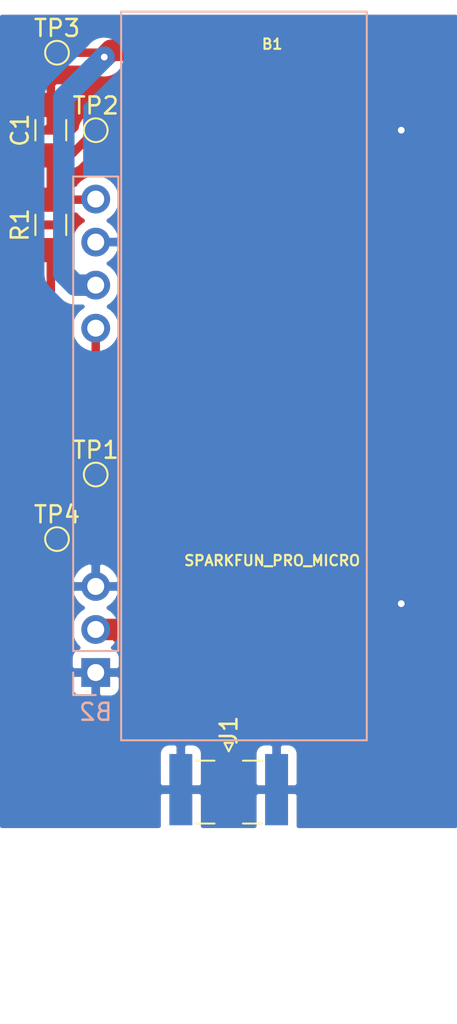
<source format=kicad_pcb>
(kicad_pcb (version 20171130) (host pcbnew 5.1.5+dfsg1-2build2)

  (general
    (thickness 1.6)
    (drawings 2)
    (tracks 28)
    (zones 0)
    (modules 9)
    (nets 25)
  )

  (page A4)
  (layers
    (0 F.Cu signal)
    (31 B.Cu signal)
    (32 B.Adhes user)
    (33 F.Adhes user)
    (34 B.Paste user)
    (35 F.Paste user)
    (36 B.SilkS user)
    (37 F.SilkS user)
    (38 B.Mask user)
    (39 F.Mask user)
    (40 Dwgs.User user)
    (41 Cmts.User user)
    (42 Eco1.User user)
    (43 Eco2.User user)
    (44 Edge.Cuts user)
    (45 Margin user)
    (46 B.CrtYd user)
    (47 F.CrtYd user)
    (48 B.Fab user)
    (49 F.Fab user)
  )

  (setup
    (last_trace_width 0.5)
    (user_trace_width 0.5)
    (user_trace_width 1.27)
    (trace_clearance 0.4)
    (zone_clearance 0.508)
    (zone_45_only no)
    (trace_min 0.2)
    (via_size 0.8)
    (via_drill 0.4)
    (via_min_size 0.4)
    (via_min_drill 0.3)
    (uvia_size 0.3)
    (uvia_drill 0.1)
    (uvias_allowed no)
    (uvia_min_size 0.2)
    (uvia_min_drill 0.1)
    (edge_width 0.05)
    (segment_width 0.2)
    (pcb_text_width 0.3)
    (pcb_text_size 1.5 1.5)
    (mod_edge_width 0.12)
    (mod_text_size 1 1)
    (mod_text_width 0.15)
    (pad_size 1.8796 1.8796)
    (pad_drill 0)
    (pad_to_mask_clearance 0.051)
    (solder_mask_min_width 0.25)
    (aux_axis_origin 0 0)
    (visible_elements FFFFFF7F)
    (pcbplotparams
      (layerselection 0x010fc_ffffffff)
      (usegerberextensions false)
      (usegerberattributes false)
      (usegerberadvancedattributes false)
      (creategerberjobfile false)
      (excludeedgelayer true)
      (linewidth 0.100000)
      (plotframeref false)
      (viasonmask false)
      (mode 1)
      (useauxorigin false)
      (hpglpennumber 1)
      (hpglpenspeed 20)
      (hpglpendiameter 15.000000)
      (psnegative false)
      (psa4output false)
      (plotreference true)
      (plotvalue true)
      (plotinvisibletext false)
      (padsonsilk false)
      (subtractmaskfromsilk false)
      (outputformat 1)
      (mirror false)
      (drillshape 1)
      (scaleselection 1)
      (outputdirectory ""))
  )

  (net 0 "")
  (net 1 "Net-(B1-Pad24)")
  (net 2 GND)
  (net 3 "Net-(B1-Pad22)")
  (net 4 "Net-(B1-Pad20)")
  (net 5 "Net-(B1-Pad19)")
  (net 6 "Net-(B1-Pad18)")
  (net 7 "Net-(B1-Pad17)")
  (net 8 "Net-(B1-Pad16)")
  (net 9 "Net-(B1-Pad15)")
  (net 10 "Net-(B1-Pad14)")
  (net 11 "Net-(B1-Pad13)")
  (net 12 "Net-(B1-Pad10)")
  (net 13 "Net-(B1-Pad9)")
  (net 14 "Net-(B1-Pad8)")
  (net 15 "Net-(B1-Pad7)")
  (net 16 "Net-(B1-Pad6)")
  (net 17 "Net-(B1-Pad5)")
  (net 18 "Net-(B1-Pad2)")
  (net 19 "Net-(B1-Pad1)")
  (net 20 "Net-(B2-Pad7)")
  (net 21 EN)
  (net 22 FSK)
  (net 23 +5V)
  (net 24 "Net-(B2-Pad2)")

  (net_class Default "Tämä on oletuskytkentäverkkoluokka."
    (clearance 0.4)
    (trace_width 0.25)
    (via_dia 0.8)
    (via_drill 0.4)
    (uvia_dia 0.3)
    (uvia_drill 0.1)
    (add_net +5V)
    (add_net EN)
    (add_net FSK)
    (add_net GND)
    (add_net "Net-(B1-Pad1)")
    (add_net "Net-(B1-Pad10)")
    (add_net "Net-(B1-Pad13)")
    (add_net "Net-(B1-Pad14)")
    (add_net "Net-(B1-Pad15)")
    (add_net "Net-(B1-Pad16)")
    (add_net "Net-(B1-Pad17)")
    (add_net "Net-(B1-Pad18)")
    (add_net "Net-(B1-Pad19)")
    (add_net "Net-(B1-Pad2)")
    (add_net "Net-(B1-Pad20)")
    (add_net "Net-(B1-Pad22)")
    (add_net "Net-(B1-Pad24)")
    (add_net "Net-(B1-Pad5)")
    (add_net "Net-(B1-Pad6)")
    (add_net "Net-(B1-Pad7)")
    (add_net "Net-(B1-Pad8)")
    (add_net "Net-(B1-Pad9)")
    (add_net "Net-(B2-Pad2)")
    (add_net "Net-(B2-Pad7)")
  )

  (module Resistor_SMD:R_1206_3216Metric_Pad1.42x1.75mm_HandSolder (layer F.Cu) (tedit 5B301BBD) (tstamp 5F765492)
    (at 118 57.404 90)
    (descr "Resistor SMD 1206 (3216 Metric), square (rectangular) end terminal, IPC_7351 nominal with elongated pad for handsoldering. (Body size source: http://www.tortai-tech.com/upload/download/2011102023233369053.pdf), generated with kicad-footprint-generator")
    (tags "resistor handsolder")
    (path /5F72A55F)
    (attr smd)
    (fp_text reference R1 (at 0 -1.82 90) (layer F.SilkS)
      (effects (font (size 1 1) (thickness 0.15)))
    )
    (fp_text value 674 (at 0 1.82 90) (layer F.Fab)
      (effects (font (size 1 1) (thickness 0.15)))
    )
    (fp_text user %R (at 0 0 90) (layer F.Fab)
      (effects (font (size 0.8 0.8) (thickness 0.12)))
    )
    (fp_line (start 2.45 1.12) (end -2.45 1.12) (layer F.CrtYd) (width 0.05))
    (fp_line (start 2.45 -1.12) (end 2.45 1.12) (layer F.CrtYd) (width 0.05))
    (fp_line (start -2.45 -1.12) (end 2.45 -1.12) (layer F.CrtYd) (width 0.05))
    (fp_line (start -2.45 1.12) (end -2.45 -1.12) (layer F.CrtYd) (width 0.05))
    (fp_line (start -0.602064 0.91) (end 0.602064 0.91) (layer F.SilkS) (width 0.12))
    (fp_line (start -0.602064 -0.91) (end 0.602064 -0.91) (layer F.SilkS) (width 0.12))
    (fp_line (start 1.6 0.8) (end -1.6 0.8) (layer F.Fab) (width 0.1))
    (fp_line (start 1.6 -0.8) (end 1.6 0.8) (layer F.Fab) (width 0.1))
    (fp_line (start -1.6 -0.8) (end 1.6 -0.8) (layer F.Fab) (width 0.1))
    (fp_line (start -1.6 0.8) (end -1.6 -0.8) (layer F.Fab) (width 0.1))
    (pad 2 smd roundrect (at 1.4875 0 90) (size 1.425 1.75) (layers F.Cu F.Paste F.Mask) (roundrect_rratio 0.175439)
      (net 20 "Net-(B2-Pad7)"))
    (pad 1 smd roundrect (at -1.4875 0 90) (size 1.425 1.75) (layers F.Cu F.Paste F.Mask) (roundrect_rratio 0.175439)
      (net 22 FSK))
    (model ${KISYS3DMOD}/Resistor_SMD.3dshapes/R_1206_3216Metric.wrl
      (at (xyz 0 0 0))
      (scale (xyz 1 1 1))
      (rotate (xyz 0 0 0))
    )
  )

  (module Capacitor_SMD:C_1206_3216Metric_Pad1.42x1.75mm_HandSolder (layer F.Cu) (tedit 5B301BBE) (tstamp 5F765427)
    (at 118 51.816 90)
    (descr "Capacitor SMD 1206 (3216 Metric), square (rectangular) end terminal, IPC_7351 nominal with elongated pad for handsoldering. (Body size source: http://www.tortai-tech.com/upload/download/2011102023233369053.pdf), generated with kicad-footprint-generator")
    (tags "capacitor handsolder")
    (path /5F72991B)
    (attr smd)
    (fp_text reference C1 (at 0 -1.82 90) (layer F.SilkS)
      (effects (font (size 1 1) (thickness 0.15)))
    )
    (fp_text value 87n (at 0 1.82 90) (layer F.Fab)
      (effects (font (size 1 1) (thickness 0.15)))
    )
    (fp_text user %R (at 0 0 90) (layer F.Fab)
      (effects (font (size 0.8 0.8) (thickness 0.12)))
    )
    (fp_line (start 2.45 1.12) (end -2.45 1.12) (layer F.CrtYd) (width 0.05))
    (fp_line (start 2.45 -1.12) (end 2.45 1.12) (layer F.CrtYd) (width 0.05))
    (fp_line (start -2.45 -1.12) (end 2.45 -1.12) (layer F.CrtYd) (width 0.05))
    (fp_line (start -2.45 1.12) (end -2.45 -1.12) (layer F.CrtYd) (width 0.05))
    (fp_line (start -0.602064 0.91) (end 0.602064 0.91) (layer F.SilkS) (width 0.12))
    (fp_line (start -0.602064 -0.91) (end 0.602064 -0.91) (layer F.SilkS) (width 0.12))
    (fp_line (start 1.6 0.8) (end -1.6 0.8) (layer F.Fab) (width 0.1))
    (fp_line (start 1.6 -0.8) (end 1.6 0.8) (layer F.Fab) (width 0.1))
    (fp_line (start -1.6 -0.8) (end 1.6 -0.8) (layer F.Fab) (width 0.1))
    (fp_line (start -1.6 0.8) (end -1.6 -0.8) (layer F.Fab) (width 0.1))
    (pad 2 smd roundrect (at 1.4875 0 90) (size 1.425 1.75) (layers F.Cu F.Paste F.Mask) (roundrect_rratio 0.175439)
      (net 2 GND))
    (pad 1 smd roundrect (at -1.4875 0 90) (size 1.425 1.75) (layers F.Cu F.Paste F.Mask) (roundrect_rratio 0.175439)
      (net 20 "Net-(B2-Pad7)"))
    (model ${KISYS3DMOD}/Capacitor_SMD.3dshapes/C_1206_3216Metric.wrl
      (at (xyz 0 0 0))
      (scale (xyz 1 1 1))
      (rotate (xyz 0 0 0))
    )
  )

  (module "Sparkfun boards:SPARKFUN_PRO_MICRO" (layer F.Cu) (tedit 5F75D454) (tstamp 5F765831)
    (at 131.064 61.976)
    (descr "SPARKFUN PRO MICO FOOTPRINT (WITH USB CONNECTOR)")
    (tags "SPARKFUN PRO MICO FOOTPRINT (WITH USB CONNECTOR)")
    (path /5F71BD06)
    (attr virtual)
    (fp_text reference B1 (at 0 -15.24) (layer F.SilkS)
      (effects (font (size 0.6096 0.6096) (thickness 0.127)))
    )
    (fp_text value SPARKFUN_PRO_MICRO (at 0 15.24) (layer F.SilkS)
      (effects (font (size 0.6096 0.6096) (thickness 0.127)))
    )
    (fp_text user USB (at -0.0508 -16.96) (layer Dwgs.User)
      (effects (font (size 0.8128 0.8128) (thickness 0.1524)))
    )
    (fp_line (start 3.81 -17.78) (end 3.81 -16.51) (layer Dwgs.User) (width 0.127))
    (fp_line (start -3.81 -17.78) (end 3.81 -17.78) (layer Dwgs.User) (width 0.127))
    (fp_line (start -3.81 -16.51) (end -3.81 -17.78) (layer Dwgs.User) (width 0.127))
    (fp_line (start 8.89 -16.51) (end -8.89 -16.51) (layer Dwgs.User) (width 0.127))
    (fp_line (start 8.89 16.51) (end 8.89 -16.51) (layer Dwgs.User) (width 0.127))
    (fp_line (start -8.89 16.51) (end 8.89 16.51) (layer Dwgs.User) (width 0.127))
    (fp_line (start -8.89 -16.51) (end -8.89 16.51) (layer Dwgs.User) (width 0.127))
    (pad 24 smd circle (at 7.62 -12.7) (size 1.8796 1.8796) (layers F.Cu F.Paste F.Mask)
      (net 1 "Net-(B1-Pad24)") (solder_mask_margin 0.1016))
    (pad 23 smd circle (at 7.62 -10.16) (size 1.8796 1.8796) (layers F.Cu F.Paste F.Mask)
      (net 2 GND) (solder_mask_margin 0.1016))
    (pad 22 smd circle (at 7.62 -7.62) (size 1.8796 1.8796) (layers F.Cu F.Paste F.Mask)
      (net 3 "Net-(B1-Pad22)") (solder_mask_margin 0.1016))
    (pad 21 smd circle (at 7.62 -5.08) (size 1.8796 1.8796) (layers F.Cu F.Paste F.Mask)
      (net 23 +5V) (solder_mask_margin 0.1016))
    (pad 20 smd circle (at 7.62 -2.54) (size 1.8796 1.8796) (layers F.Cu F.Paste F.Mask)
      (net 4 "Net-(B1-Pad20)") (solder_mask_margin 0.1016))
    (pad 19 smd circle (at 7.62 0) (size 1.8796 1.8796) (layers F.Cu F.Paste F.Mask)
      (net 5 "Net-(B1-Pad19)") (solder_mask_margin 0.1016))
    (pad 18 smd circle (at 7.62 2.54) (size 1.8796 1.8796) (layers F.Cu F.Paste F.Mask)
      (net 6 "Net-(B1-Pad18)") (solder_mask_margin 0.1016))
    (pad 17 smd circle (at 7.62 5.08) (size 1.8796 1.8796) (layers F.Cu F.Paste F.Mask)
      (net 7 "Net-(B1-Pad17)") (solder_mask_margin 0.1016))
    (pad 16 smd circle (at 7.62 7.62) (size 1.8796 1.8796) (layers F.Cu F.Paste F.Mask)
      (net 8 "Net-(B1-Pad16)") (solder_mask_margin 0.1016))
    (pad 15 smd circle (at 7.62 10.16) (size 1.8796 1.8796) (layers F.Cu F.Paste F.Mask)
      (net 9 "Net-(B1-Pad15)") (solder_mask_margin 0.1016))
    (pad 14 smd circle (at 7.62 12.7) (size 1.8796 1.8796) (layers F.Cu F.Paste F.Mask)
      (net 10 "Net-(B1-Pad14)") (solder_mask_margin 0.1016))
    (pad 13 smd circle (at 7.62 15.24) (size 1.8796 1.8796) (layers F.Cu F.Paste F.Mask)
      (net 11 "Net-(B1-Pad13)") (solder_mask_margin 0.1016))
    (pad 12 smd circle (at -7.62 15.24) (size 1.8796 1.8796) (layers F.Cu F.Paste F.Mask)
      (net 22 FSK) (solder_mask_margin 0.1016))
    (pad 11 smd circle (at -7.62 12.7) (size 1.8796 1.8796) (layers F.Cu F.Paste F.Mask)
      (net 21 EN) (solder_mask_margin 0.1016))
    (pad 10 smd circle (at -7.62 10.16) (size 1.8796 1.8796) (layers F.Cu F.Paste F.Mask)
      (net 12 "Net-(B1-Pad10)") (solder_mask_margin 0.1016))
    (pad 9 smd circle (at -7.62 7.62) (size 1.8796 1.8796) (layers F.Cu F.Paste F.Mask)
      (net 13 "Net-(B1-Pad9)") (solder_mask_margin 0.1016))
    (pad 8 smd circle (at -7.62 5.08) (size 1.8796 1.8796) (layers F.Cu F.Paste F.Mask)
      (net 14 "Net-(B1-Pad8)") (solder_mask_margin 0.1016))
    (pad 7 smd circle (at -7.62 2.54) (size 1.8796 1.8796) (layers F.Cu F.Paste F.Mask)
      (net 15 "Net-(B1-Pad7)") (solder_mask_margin 0.1016))
    (pad 6 smd circle (at -7.62 0) (size 1.8796 1.8796) (layers F.Cu F.Paste F.Mask)
      (net 16 "Net-(B1-Pad6)") (solder_mask_margin 0.1016))
    (pad 5 smd circle (at -7.62 -2.54) (size 1.8796 1.8796) (layers F.Cu F.Paste F.Mask)
      (net 17 "Net-(B1-Pad5)") (solder_mask_margin 0.1016))
    (pad 4 smd circle (at -7.62 -5.08) (size 1.8796 1.8796) (layers F.Cu F.Paste F.Mask)
      (net 2 GND) (solder_mask_margin 0.1016))
    (pad 3 smd circle (at -7.62 -7.62) (size 1.8796 1.8796) (layers F.Cu F.Paste F.Mask)
      (net 2 GND) (solder_mask_margin 0.1016))
    (pad 2 smd circle (at -7.62 -10.16) (size 1.8796 1.8796) (layers F.Cu F.Paste F.Mask)
      (net 18 "Net-(B1-Pad2)") (solder_mask_margin 0.1016))
    (pad 1 smd circle (at -7.62 -12.7) (size 1.8796 1.8796) (layers F.Cu F.Paste F.Mask)
      (net 19 "Net-(B1-Pad1)") (solder_mask_margin 0.1016))
    (model /home/joell/koodaus/external/3D_Models/products/12640/geometry_edit_blender/Pro_Micro.x3d
      (offset (xyz -9 -16.5 1))
      (scale (xyz 0.3937 0.3937 0.3937))
      (rotate (xyz 90 180 0))
    )
  )

  (module TestPoint:TestPoint_Pad_D1.0mm (layer F.Cu) (tedit 5A0F774F) (tstamp 5F763E37)
    (at 118.364 75.946)
    (descr "SMD pad as test Point, diameter 1.0mm")
    (tags "test point SMD pad")
    (path /5F76ABE5)
    (attr virtual)
    (fp_text reference TP4 (at 0 -1.448) (layer F.SilkS)
      (effects (font (size 1 1) (thickness 0.15)))
    )
    (fp_text value GND (at 0 1.55) (layer F.Fab)
      (effects (font (size 1 1) (thickness 0.15)))
    )
    (fp_circle (center 0 0) (end 0 0.7) (layer F.SilkS) (width 0.12))
    (fp_circle (center 0 0) (end 1 0) (layer F.CrtYd) (width 0.05))
    (fp_text user %R (at 0 -1.45) (layer F.Fab)
      (effects (font (size 1 1) (thickness 0.15)))
    )
    (pad 1 smd circle (at 0 0) (size 1 1) (layers F.Cu F.Mask)
      (net 2 GND))
  )

  (module TestPoint:TestPoint_Pad_D1.0mm (layer F.Cu) (tedit 5A0F774F) (tstamp 5F7659A0)
    (at 118.364 47.244)
    (descr "SMD pad as test Point, diameter 1.0mm")
    (tags "test point SMD pad")
    (path /5F76DA84)
    (attr virtual)
    (fp_text reference TP3 (at 0 -1.448) (layer F.SilkS)
      (effects (font (size 1 1) (thickness 0.15)))
    )
    (fp_text value Vcc (at 0 1.55) (layer F.Fab)
      (effects (font (size 1 1) (thickness 0.15)))
    )
    (fp_circle (center 0 0) (end 0 0.7) (layer F.SilkS) (width 0.12))
    (fp_circle (center 0 0) (end 1 0) (layer F.CrtYd) (width 0.05))
    (fp_text user %R (at 0 -1.45) (layer F.Fab)
      (effects (font (size 1 1) (thickness 0.15)))
    )
    (pad 1 smd circle (at 0 0) (size 1 1) (layers F.Cu F.Mask)
      (net 23 +5V))
  )

  (module TestPoint:TestPoint_Pad_D1.0mm (layer F.Cu) (tedit 5A0F774F) (tstamp 5F763E27)
    (at 120.65 51.816)
    (descr "SMD pad as test Point, diameter 1.0mm")
    (tags "test point SMD pad")
    (path /5F769D1D)
    (attr virtual)
    (fp_text reference TP2 (at 0 -1.448) (layer F.SilkS)
      (effects (font (size 1 1) (thickness 0.15)))
    )
    (fp_text value FSK (at 0 1.55) (layer F.Fab)
      (effects (font (size 1 1) (thickness 0.15)))
    )
    (fp_circle (center 0 0) (end 0 0.7) (layer F.SilkS) (width 0.12))
    (fp_circle (center 0 0) (end 1 0) (layer F.CrtYd) (width 0.05))
    (fp_text user %R (at 0 -1.45) (layer F.Fab)
      (effects (font (size 1 1) (thickness 0.15)))
    )
    (pad 1 smd circle (at 0 0) (size 1 1) (layers F.Cu F.Mask)
      (net 20 "Net-(B2-Pad7)"))
  )

  (module TestPoint:TestPoint_Pad_D1.0mm (layer F.Cu) (tedit 5A0F774F) (tstamp 5F763E1F)
    (at 120.65 72.136)
    (descr "SMD pad as test Point, diameter 1.0mm")
    (tags "test point SMD pad")
    (path /5F75EEAA)
    (attr virtual)
    (fp_text reference TP1 (at 0 -1.448) (layer F.SilkS)
      (effects (font (size 1 1) (thickness 0.15)))
    )
    (fp_text value "TX Enable" (at 0 1.55) (layer F.Fab)
      (effects (font (size 1 1) (thickness 0.15)))
    )
    (fp_circle (center 0 0) (end 0 0.7) (layer F.SilkS) (width 0.12))
    (fp_circle (center 0 0) (end 1 0) (layer F.CrtYd) (width 0.05))
    (fp_text user %R (at 0 -1.45) (layer F.Fab)
      (effects (font (size 1 1) (thickness 0.15)))
    )
    (pad 1 smd circle (at 0 0) (size 1 1) (layers F.Cu F.Mask)
      (net 21 EN))
  )

  (module radiometrix:PinHeader_1x12_P2.54mm_Vertical (layer B.Cu) (tedit 5F71C444) (tstamp 5F7660E9)
    (at 120.65 83.82)
    (descr "Through hole straight pin header, 1x12, 2.54mm pitch, single row")
    (tags "Through hole pin header THT 1x12 2.54mm single row")
    (path /5F73604F)
    (fp_text reference B2 (at 0 2.33) (layer B.SilkS)
      (effects (font (size 1 1) (thickness 0.15)) (justify mirror))
    )
    (fp_text value HX1 (at 6.858 -20.828) (layer B.Fab)
      (effects (font (size 1 1) (thickness 0.15)) (justify mirror))
    )
    (fp_text user %R (at 0 -13.97 270) (layer B.Fab)
      (effects (font (size 1 1) (thickness 0.15)) (justify mirror))
    )
    (fp_line (start -1.33 1.33) (end 0 1.33) (layer B.SilkS) (width 0.12))
    (fp_line (start -1.33 0) (end -1.33 1.33) (layer B.SilkS) (width 0.12))
    (fp_line (start -1.33 -1.27) (end 1.33 -1.27) (layer B.SilkS) (width 0.12))
    (fp_line (start 1.33 -1.27) (end 1.33 -29.27) (layer B.SilkS) (width 0.12))
    (fp_line (start -1.33 -1.27) (end -1.33 -29.27) (layer B.SilkS) (width 0.12))
    (fp_line (start -1.33 -29.27) (end 1.33 -29.27) (layer B.SilkS) (width 0.12))
    (fp_line (start -1.27 0.635) (end -0.635 1.27) (layer B.Fab) (width 0.1))
    (fp_line (start -1.27 -29.21) (end -1.27 0.635) (layer B.Fab) (width 0.1))
    (fp_line (start 1.27 -29.21) (end -1.27 -29.21) (layer B.Fab) (width 0.1))
    (fp_line (start 1.27 1.27) (end 1.27 -29.21) (layer B.Fab) (width 0.1))
    (fp_line (start -0.635 1.27) (end 1.27 1.27) (layer B.Fab) (width 0.1))
    (fp_line (start 1.5 4) (end 16 4) (layer B.SilkS) (width 0.12))
    (fp_line (start 16 4) (end 16 -39) (layer B.SilkS) (width 0.12))
    (fp_line (start 16 -39) (end 1.5 -39) (layer B.SilkS) (width 0.12))
    (fp_line (start 1.5 -39) (end 1.5 4) (layer B.SilkS) (width 0.12))
    (pad 7 thru_hole oval (at 0 -27.94) (size 1.7 1.7) (drill 1) (layers *.Cu *.Mask)
      (net 20 "Net-(B2-Pad7)"))
    (pad 6 thru_hole oval (at 0 -25.4) (size 1.7 1.7) (drill 1) (layers *.Cu *.Mask)
      (net 2 GND))
    (pad 5 thru_hole oval (at 0 -22.86) (size 1.7 1.7) (drill 1) (layers *.Cu *.Mask)
      (net 23 +5V))
    (pad 4 thru_hole oval (at 0 -20.32) (size 1.7 1.7) (drill 1) (layers *.Cu *.Mask)
      (net 21 EN))
    (pad 3 thru_hole oval (at 0 -5.08) (size 1.7 1.7) (drill 1) (layers *.Cu *.Mask)
      (net 2 GND))
    (pad 2 thru_hole oval (at 0 -2.54) (size 1.7 1.7) (drill 1) (layers *.Cu *.Mask)
      (net 24 "Net-(B2-Pad2)"))
    (pad 1 thru_hole rect (at 0 0) (size 1.7 1.7) (drill 1) (layers *.Cu *.Mask)
      (net 2 GND))
    (model ${KISYS3DMOD}/Connector_PinHeader_2.54mm.3dshapes/PinHeader_1x12_P2.54mm_Vertical.wrl
      (at (xyz 0 0 0))
      (scale (xyz 1 1 1))
      (rotate (xyz 0 0 0))
    )
  )

  (module Connector_Coaxial:SMA_Samtec_SMA-J-P-X-ST-EM1_EdgeMount (layer F.Cu) (tedit 5DAA3454) (tstamp 5F765F01)
    (at 128.5 90.732)
    (descr "Connector SMA, 0Hz to 20GHz, 50Ohm, Edge Mount (http://suddendocs.samtec.com/prints/sma-j-p-x-st-em1-mkt.pdf)")
    (tags "SMA Straight Samtec Edge Mount")
    (path /5F71C5CA)
    (attr smd)
    (fp_text reference J1 (at 0 -3.5 90) (layer F.SilkS)
      (effects (font (size 1 1) (thickness 0.15)))
    )
    (fp_text value Conn_Coaxial (at 0 13) (layer F.Fab)
      (effects (font (size 1 1) (thickness 0.15)))
    )
    (fp_text user "Board Thickness: 1.57mm" (at 0.508 7.82) (layer Cmts.User)
      (effects (font (size 1 1) (thickness 0.15)))
    )
    (fp_line (start 0.84 -1.71) (end 1.95 -1.71) (layer F.SilkS) (width 0.12))
    (fp_line (start -1.95 -1.71) (end -0.84 -1.71) (layer F.SilkS) (width 0.12))
    (fp_line (start 0.84 2) (end 1.95 2) (layer F.SilkS) (width 0.12))
    (fp_line (start -1.95 2) (end -0.84 2) (layer F.SilkS) (width 0.12))
    (fp_line (start 3.68 2.6) (end 3.68 12.12) (layer B.CrtYd) (width 0.05))
    (fp_line (start 4 2.6) (end 3.68 2.6) (layer B.CrtYd) (width 0.05))
    (fp_line (start -3.68 12.12) (end -3.68 2.6) (layer B.CrtYd) (width 0.05))
    (fp_line (start -3.68 2.6) (end -4 2.6) (layer B.CrtYd) (width 0.05))
    (fp_line (start 3.68 2.6) (end 3.68 12.12) (layer F.CrtYd) (width 0.05))
    (fp_line (start 3.68 2.6) (end 4 2.6) (layer F.CrtYd) (width 0.05))
    (fp_line (start -3.68 12.12) (end -3.68 2.6) (layer F.CrtYd) (width 0.05))
    (fp_line (start -3.68 2.6) (end -4 2.6) (layer F.CrtYd) (width 0.05))
    (fp_text user "PCB Edge" (at 0 2.6) (layer Dwgs.User)
      (effects (font (size 0.5 0.5) (thickness 0.1)))
    )
    (fp_line (start 4.1 2.1) (end -4.1 2.1) (layer Dwgs.User) (width 0.1))
    (fp_line (start -3.175 -1.71) (end -3.175 11.62) (layer F.Fab) (width 0.1))
    (fp_line (start -2.365 -1.71) (end -3.175 -1.71) (layer F.Fab) (width 0.1))
    (fp_line (start -2.365 2.1) (end -2.365 -1.71) (layer F.Fab) (width 0.1))
    (fp_line (start 2.365 2.1) (end -2.365 2.1) (layer F.Fab) (width 0.1))
    (fp_line (start 2.365 -1.71) (end 2.365 2.1) (layer F.Fab) (width 0.1))
    (fp_line (start 3.175 -1.71) (end 2.365 -1.71) (layer F.Fab) (width 0.1))
    (fp_line (start 3.175 -1.71) (end 3.175 11.62) (layer F.Fab) (width 0.1))
    (fp_line (start 3.165 11.62) (end -3.165 11.62) (layer F.Fab) (width 0.1))
    (fp_line (start -4 -2.6) (end 4 -2.6) (layer B.CrtYd) (width 0.05))
    (fp_line (start -4 2.6) (end -4 -2.6) (layer B.CrtYd) (width 0.05))
    (fp_line (start 3.68 12.12) (end -3.68 12.12) (layer B.CrtYd) (width 0.05))
    (fp_line (start 4 2.6) (end 4 -2.6) (layer B.CrtYd) (width 0.05))
    (fp_line (start -4 -2.6) (end 4 -2.6) (layer F.CrtYd) (width 0.05))
    (fp_line (start -4 2.6) (end -4 -2.6) (layer F.CrtYd) (width 0.05))
    (fp_line (start 3.68 12.12) (end -3.68 12.12) (layer F.CrtYd) (width 0.05))
    (fp_line (start 4 2.6) (end 4 -2.6) (layer F.CrtYd) (width 0.05))
    (fp_text user %R (at 0 4.79 180) (layer F.Fab)
      (effects (font (size 1 1) (thickness 0.15)))
    )
    (fp_line (start 0.64 2.1) (end 0 3.1) (layer F.Fab) (width 0.1))
    (fp_line (start 0 3.1) (end -0.64 2.1) (layer F.Fab) (width 0.1))
    (fp_line (start 0 -2.26) (end 0.25 -2.76) (layer F.SilkS) (width 0.12))
    (fp_line (start 0.25 -2.76) (end -0.25 -2.76) (layer F.SilkS) (width 0.12))
    (fp_line (start -0.25 -2.76) (end 0 -2.26) (layer F.SilkS) (width 0.12))
    (pad 1 smd rect (at 0 0.2) (size 1.27 3.6) (layers F.Cu F.Paste F.Mask)
      (net 24 "Net-(B2-Pad2)"))
    (pad 2 smd rect (at 2.825 0) (size 1.35 4.2) (layers F.Cu F.Paste F.Mask)
      (net 2 GND))
    (pad 2 smd rect (at -2.825 0) (size 1.35 4.2) (layers F.Cu F.Paste F.Mask)
      (net 2 GND))
    (pad 2 smd rect (at 2.825 0) (size 1.35 4.2) (layers B.Cu B.Paste B.Mask)
      (net 2 GND))
    (pad 2 smd rect (at -2.825 0) (size 1.35 4.2) (layers B.Cu B.Paste B.Mask)
      (net 2 GND))
    (model ${KISYS3DMOD}/Connector_Coaxial.3dshapes/SMA_Samtec_SMA-J-P-X-ST-EM1_EdgeMount.wrl
      (at (xyz 0 0 0))
      (scale (xyz 1 1 1))
      (rotate (xyz 0 0 0))
    )
  )

  (gr_text v0.2 (at 117.5 92 270) (layer F.Cu)
    (effects (font (size 1.5 1.5) (thickness 0.3)) (justify right))
  )
  (gr_text "ZouPRS\n©OH64K" (at 138.5 86.5 270) (layer F.Cu)
    (effects (font (size 1.5 1.5) (thickness 0.3)))
  )

  (via (at 138.684 79.756) (size 0.8) (drill 0.4) (layers F.Cu B.Cu) (net 2))
  (via (at 138.684 51.816) (size 0.8) (drill 0.4) (layers F.Cu B.Cu) (net 2))
  (segment (start 119.1625 53.3035) (end 120.65 51.816) (width 0.5) (layer F.Cu) (net 20))
  (segment (start 118 53.3035) (end 119.1625 53.3035) (width 0.5) (layer F.Cu) (net 20))
  (segment (start 118 55.9165) (end 118 53.3035) (width 0.5) (layer F.Cu) (net 20))
  (segment (start 120.6135 55.9165) (end 120.65 55.88) (width 0.5) (layer F.Cu) (net 20))
  (segment (start 118 55.9165) (end 120.6135 55.9165) (width 0.5) (layer F.Cu) (net 20))
  (segment (start 120.65 71.882) (end 123.444 74.676) (width 0.5) (layer F.Cu) (net 21))
  (segment (start 120.65 63.5) (end 120.65 71.882) (width 0.5) (layer F.Cu) (net 21))
  (segment (start 123.444 77.216) (end 123.216 77.216) (width 0.5) (layer F.Cu) (net 22))
  (segment (start 118 72) (end 118 58.8915) (width 0.5) (layer F.Cu) (net 22))
  (segment (start 123.216 77.216) (end 118 72) (width 0.5) (layer F.Cu) (net 22))
  (segment (start 121.154801 47.501199) (end 121.154801 47.501199) (width 1.27) (layer F.Cu) (net 23) (tstamp 5F7658E7))
  (via (at 121.154801 47.501199) (size 0.8) (drill 0.4) (layers F.Cu B.Cu) (net 23))
  (segment (start 121.5548 47.1012) (end 121.154801 47.501199) (width 1.27) (layer F.Cu) (net 23))
  (segment (start 127.560123 47.1012) (end 121.5548 47.1012) (width 1.27) (layer F.Cu) (net 23))
  (segment (start 137.354923 56.896) (end 127.560123 47.1012) (width 1.27) (layer F.Cu) (net 23))
  (segment (start 138.684 56.896) (end 137.354923 56.896) (width 1.27) (layer F.Cu) (net 23))
  (segment (start 121.13899 47.51701) (end 121.13899 47.501199) (width 1.27) (layer B.Cu) (net 23))
  (segment (start 118.764999 49.891001) (end 121.13899 47.51701) (width 1.27) (layer B.Cu) (net 23))
  (segment (start 118.764999 60.27708) (end 118.764999 49.891001) (width 1.27) (layer B.Cu) (net 23))
  (segment (start 119.447919 60.96) (end 118.764999 60.27708) (width 1.27) (layer B.Cu) (net 23))
  (segment (start 120.65 60.96) (end 119.447919 60.96) (width 1.27) (layer B.Cu) (net 23))
  (segment (start 120.897602 47.244) (end 121.154801 47.501199) (width 0.5) (layer F.Cu) (net 23))
  (segment (start 118.364 47.244) (end 120.897602 47.244) (width 0.5) (layer F.Cu) (net 23))
  (segment (start 128.5 87.862) (end 128.5 90.932) (width 1.27) (layer F.Cu) (net 24))
  (segment (start 121.918 81.28) (end 128.5 87.862) (width 1.27) (layer F.Cu) (net 24))
  (segment (start 120.65 81.28) (end 121.918 81.28) (width 1.27) (layer F.Cu) (net 24))

  (zone (net 2) (net_name GND) (layer B.Cu) (tstamp 5F7663E3) (hatch edge 0.508)
    (connect_pads (clearance 0.508))
    (min_thickness 0.254)
    (fill yes (arc_segments 32) (thermal_gap 0.508) (thermal_bridge_width 0.508))
    (polygon
      (pts
        (xy 142 93) (xy 115 93) (xy 115 45) (xy 142 45)
      )
    )
    (filled_polygon
      (pts
        (xy 141.873 92.873) (xy 132.634034 92.873) (xy 132.638072 92.832) (xy 132.635 91.01775) (xy 132.47625 90.859)
        (xy 131.452 90.859) (xy 131.452 90.879) (xy 131.198 90.879) (xy 131.198 90.859) (xy 130.17375 90.859)
        (xy 130.015 91.01775) (xy 130.011928 92.832) (xy 130.015966 92.873) (xy 126.984034 92.873) (xy 126.988072 92.832)
        (xy 126.985 91.01775) (xy 126.82625 90.859) (xy 125.802 90.859) (xy 125.802 90.879) (xy 125.548 90.879)
        (xy 125.548 90.859) (xy 124.52375 90.859) (xy 124.365 91.01775) (xy 124.361928 92.832) (xy 124.365966 92.873)
        (xy 115.127 92.873) (xy 115.127 88.632) (xy 124.361928 88.632) (xy 124.365 90.44625) (xy 124.52375 90.605)
        (xy 125.548 90.605) (xy 125.548 88.15575) (xy 125.802 88.15575) (xy 125.802 90.605) (xy 126.82625 90.605)
        (xy 126.985 90.44625) (xy 126.988072 88.632) (xy 130.011928 88.632) (xy 130.015 90.44625) (xy 130.17375 90.605)
        (xy 131.198 90.605) (xy 131.198 88.15575) (xy 131.452 88.15575) (xy 131.452 90.605) (xy 132.47625 90.605)
        (xy 132.635 90.44625) (xy 132.638072 88.632) (xy 132.625812 88.507518) (xy 132.589502 88.38782) (xy 132.530537 88.277506)
        (xy 132.451185 88.180815) (xy 132.354494 88.101463) (xy 132.24418 88.042498) (xy 132.124482 88.006188) (xy 132 87.993928)
        (xy 131.61075 87.997) (xy 131.452 88.15575) (xy 131.198 88.15575) (xy 131.03925 87.997) (xy 130.65 87.993928)
        (xy 130.525518 88.006188) (xy 130.40582 88.042498) (xy 130.295506 88.101463) (xy 130.198815 88.180815) (xy 130.119463 88.277506)
        (xy 130.060498 88.38782) (xy 130.024188 88.507518) (xy 130.011928 88.632) (xy 126.988072 88.632) (xy 126.975812 88.507518)
        (xy 126.939502 88.38782) (xy 126.880537 88.277506) (xy 126.801185 88.180815) (xy 126.704494 88.101463) (xy 126.59418 88.042498)
        (xy 126.474482 88.006188) (xy 126.35 87.993928) (xy 125.96075 87.997) (xy 125.802 88.15575) (xy 125.548 88.15575)
        (xy 125.38925 87.997) (xy 125 87.993928) (xy 124.875518 88.006188) (xy 124.75582 88.042498) (xy 124.645506 88.101463)
        (xy 124.548815 88.180815) (xy 124.469463 88.277506) (xy 124.410498 88.38782) (xy 124.374188 88.507518) (xy 124.361928 88.632)
        (xy 115.127 88.632) (xy 115.127 84.67) (xy 119.161928 84.67) (xy 119.174188 84.794482) (xy 119.210498 84.91418)
        (xy 119.269463 85.024494) (xy 119.348815 85.121185) (xy 119.445506 85.200537) (xy 119.55582 85.259502) (xy 119.675518 85.295812)
        (xy 119.8 85.308072) (xy 120.36425 85.305) (xy 120.523 85.14625) (xy 120.523 83.947) (xy 120.777 83.947)
        (xy 120.777 85.14625) (xy 120.93575 85.305) (xy 121.5 85.308072) (xy 121.624482 85.295812) (xy 121.74418 85.259502)
        (xy 121.854494 85.200537) (xy 121.951185 85.121185) (xy 122.030537 85.024494) (xy 122.089502 84.91418) (xy 122.125812 84.794482)
        (xy 122.138072 84.67) (xy 122.135 84.10575) (xy 121.97625 83.947) (xy 120.777 83.947) (xy 120.523 83.947)
        (xy 119.32375 83.947) (xy 119.165 84.10575) (xy 119.161928 84.67) (xy 115.127 84.67) (xy 115.127 82.97)
        (xy 119.161928 82.97) (xy 119.165 83.53425) (xy 119.32375 83.693) (xy 120.523 83.693) (xy 120.523 83.673)
        (xy 120.777 83.673) (xy 120.777 83.693) (xy 121.97625 83.693) (xy 122.135 83.53425) (xy 122.138072 82.97)
        (xy 122.125812 82.845518) (xy 122.089502 82.72582) (xy 122.030537 82.615506) (xy 121.951185 82.518815) (xy 121.854494 82.439463)
        (xy 121.74418 82.380498) (xy 121.67162 82.358487) (xy 121.803475 82.226632) (xy 121.96599 81.983411) (xy 122.077932 81.713158)
        (xy 122.135 81.42626) (xy 122.135 81.13374) (xy 122.077932 80.846842) (xy 121.96599 80.576589) (xy 121.803475 80.333368)
        (xy 121.596632 80.126525) (xy 121.414466 80.004805) (xy 121.531355 79.935178) (xy 121.747588 79.740269) (xy 121.921641 79.50692)
        (xy 122.046825 79.244099) (xy 122.091476 79.09689) (xy 121.970155 78.867) (xy 120.777 78.867) (xy 120.777 78.887)
        (xy 120.523 78.887) (xy 120.523 78.867) (xy 119.329845 78.867) (xy 119.208524 79.09689) (xy 119.253175 79.244099)
        (xy 119.378359 79.50692) (xy 119.552412 79.740269) (xy 119.768645 79.935178) (xy 119.885534 80.004805) (xy 119.703368 80.126525)
        (xy 119.496525 80.333368) (xy 119.33401 80.576589) (xy 119.222068 80.846842) (xy 119.165 81.13374) (xy 119.165 81.42626)
        (xy 119.222068 81.713158) (xy 119.33401 81.983411) (xy 119.496525 82.226632) (xy 119.62838 82.358487) (xy 119.55582 82.380498)
        (xy 119.445506 82.439463) (xy 119.348815 82.518815) (xy 119.269463 82.615506) (xy 119.210498 82.72582) (xy 119.174188 82.845518)
        (xy 119.161928 82.97) (xy 115.127 82.97) (xy 115.127 78.38311) (xy 119.208524 78.38311) (xy 119.329845 78.613)
        (xy 120.523 78.613) (xy 120.523 77.419186) (xy 120.777 77.419186) (xy 120.777 78.613) (xy 121.970155 78.613)
        (xy 122.091476 78.38311) (xy 122.046825 78.235901) (xy 121.921641 77.97308) (xy 121.747588 77.739731) (xy 121.531355 77.544822)
        (xy 121.281252 77.395843) (xy 121.006891 77.298519) (xy 120.777 77.419186) (xy 120.523 77.419186) (xy 120.293109 77.298519)
        (xy 120.018748 77.395843) (xy 119.768645 77.544822) (xy 119.552412 77.739731) (xy 119.378359 77.97308) (xy 119.253175 78.235901)
        (xy 119.208524 78.38311) (xy 115.127 78.38311) (xy 115.127 49.891001) (xy 117.488856 49.891001) (xy 117.495 49.953384)
        (xy 117.494999 60.214707) (xy 117.488856 60.27708) (xy 117.494999 60.339453) (xy 117.494999 60.339459) (xy 117.508018 60.471641)
        (xy 117.513376 60.526043) (xy 117.535405 60.598663) (xy 117.585996 60.765438) (xy 117.703924 60.986067) (xy 117.862629 61.17945)
        (xy 117.91109 61.219221) (xy 118.505782 61.813914) (xy 118.545549 61.86237) (xy 118.738931 62.021075) (xy 118.95956 62.139003)
        (xy 119.198956 62.211623) (xy 119.447919 62.236144) (xy 119.510299 62.23) (xy 119.87776 62.23) (xy 119.703368 62.346525)
        (xy 119.496525 62.553368) (xy 119.33401 62.796589) (xy 119.222068 63.066842) (xy 119.165 63.35374) (xy 119.165 63.64626)
        (xy 119.222068 63.933158) (xy 119.33401 64.203411) (xy 119.496525 64.446632) (xy 119.703368 64.653475) (xy 119.946589 64.81599)
        (xy 120.216842 64.927932) (xy 120.50374 64.985) (xy 120.79626 64.985) (xy 121.083158 64.927932) (xy 121.353411 64.81599)
        (xy 121.596632 64.653475) (xy 121.803475 64.446632) (xy 121.96599 64.203411) (xy 122.077932 63.933158) (xy 122.135 63.64626)
        (xy 122.135 63.35374) (xy 122.077932 63.066842) (xy 121.96599 62.796589) (xy 121.803475 62.553368) (xy 121.596632 62.346525)
        (xy 121.42224 62.23) (xy 121.596632 62.113475) (xy 121.803475 61.906632) (xy 121.96599 61.663411) (xy 122.077932 61.393158)
        (xy 122.135 61.10626) (xy 122.135 60.81374) (xy 122.077932 60.526842) (xy 121.96599 60.256589) (xy 121.803475 60.013368)
        (xy 121.596632 59.806525) (xy 121.414466 59.684805) (xy 121.531355 59.615178) (xy 121.747588 59.420269) (xy 121.921641 59.18692)
        (xy 122.046825 58.924099) (xy 122.091476 58.77689) (xy 121.970155 58.547) (xy 120.777 58.547) (xy 120.777 58.567)
        (xy 120.523 58.567) (xy 120.523 58.547) (xy 120.503 58.547) (xy 120.503 58.293) (xy 120.523 58.293)
        (xy 120.523 58.273) (xy 120.777 58.273) (xy 120.777 58.293) (xy 121.970155 58.293) (xy 122.091476 58.06311)
        (xy 122.046825 57.915901) (xy 121.921641 57.65308) (xy 121.747588 57.419731) (xy 121.531355 57.224822) (xy 121.414466 57.155195)
        (xy 121.596632 57.033475) (xy 121.803475 56.826632) (xy 121.96599 56.583411) (xy 122.077932 56.313158) (xy 122.135 56.02626)
        (xy 122.135 55.73374) (xy 122.077932 55.446842) (xy 121.96599 55.176589) (xy 121.803475 54.933368) (xy 121.596632 54.726525)
        (xy 121.353411 54.56401) (xy 121.083158 54.452068) (xy 120.79626 54.395) (xy 120.50374 54.395) (xy 120.216842 54.452068)
        (xy 120.034999 54.52739) (xy 120.034999 50.417051) (xy 121.992905 48.459146) (xy 122.04136 48.41938) (xy 122.200065 48.225998)
        (xy 122.317993 48.005369) (xy 122.390613 47.765973) (xy 122.40899 47.57939) (xy 122.40899 47.579384) (xy 122.415133 47.517011)
        (xy 122.40899 47.454638) (xy 122.40899 47.43882) (xy 122.390613 47.252237) (xy 122.317993 47.012841) (xy 122.200065 46.792212)
        (xy 122.04136 46.598829) (xy 121.847978 46.440124) (xy 121.627349 46.322196) (xy 121.387953 46.249576) (xy 121.13899 46.225055)
        (xy 120.890028 46.249576) (xy 120.650632 46.322196) (xy 120.430003 46.440124) (xy 120.23662 46.598829) (xy 120.124491 46.735458)
        (xy 117.911085 48.948865) (xy 117.86263 48.988631) (xy 117.703925 49.182013) (xy 117.585997 49.402642) (xy 117.513376 49.642038)
        (xy 117.488856 49.891001) (xy 115.127 49.891001) (xy 115.127 45.127) (xy 141.873 45.127)
      )
    )
  )
  (zone (net 0) (net_name "") (layer B.Cu) (tstamp 0) (hatch edge 0.508)
    (connect_pads (clearance 0.508))
    (min_thickness 0.254)
    (keepout (tracks not_allowed) (vias not_allowed) (copperpour allowed))
    (fill (arc_segments 32) (thermal_gap 0.508) (thermal_bridge_width 0.508))
    (polygon
      (pts
        (xy 136.652 88.034507) (xy 122.174 88.034507) (xy 122.174 44.854507) (xy 136.652 44.854507)
      )
    )
  )
  (zone (net 2) (net_name GND) (layer F.Cu) (tstamp 5F7663E0) (hatch edge 0.508)
    (connect_pads (clearance 0.508))
    (min_thickness 0.254)
    (fill yes (arc_segments 32) (thermal_gap 0.508) (thermal_bridge_width 0.508))
    (polygon
      (pts
        (xy 142 45) (xy 115 45) (xy 115 93) (xy 142 93)
      )
    )
    (filled_polygon
      (pts
        (xy 141.873 92.873) (xy 132.634034 92.873) (xy 132.638072 92.832) (xy 132.635 91.01775) (xy 132.47625 90.859)
        (xy 131.452 90.859) (xy 131.452 90.879) (xy 131.198 90.879) (xy 131.198 90.859) (xy 130.17375 90.859)
        (xy 130.015 91.01775) (xy 130.011928 92.832) (xy 130.015966 92.873) (xy 129.755801 92.873) (xy 129.760812 92.856482)
        (xy 129.773072 92.732) (xy 129.773072 89.132) (xy 129.77 89.100808) (xy 129.77 88.632) (xy 130.011928 88.632)
        (xy 130.015 90.44625) (xy 130.17375 90.605) (xy 131.198 90.605) (xy 131.198 88.15575) (xy 131.452 88.15575)
        (xy 131.452 90.605) (xy 132.47625 90.605) (xy 132.635 90.44625) (xy 132.638072 88.632) (xy 132.625812 88.507518)
        (xy 132.589502 88.38782) (xy 132.530537 88.277506) (xy 132.451185 88.180815) (xy 132.354494 88.101463) (xy 132.24418 88.042498)
        (xy 132.124482 88.006188) (xy 132 87.993928) (xy 131.61075 87.997) (xy 131.452 88.15575) (xy 131.198 88.15575)
        (xy 131.03925 87.997) (xy 130.65 87.993928) (xy 130.525518 88.006188) (xy 130.40582 88.042498) (xy 130.295506 88.101463)
        (xy 130.198815 88.180815) (xy 130.119463 88.277506) (xy 130.060498 88.38782) (xy 130.024188 88.507518) (xy 130.011928 88.632)
        (xy 129.77 88.632) (xy 129.77 87.92438) (xy 129.776144 87.862) (xy 129.751623 87.613037) (xy 129.679003 87.373641)
        (xy 129.561075 87.153012) (xy 129.483171 87.058086) (xy 129.442135 87.008083) (xy 129.442132 87.00808) (xy 129.40237 86.95963)
        (xy 129.353921 86.919869) (xy 123.113337 80.679286) (xy 135.195 80.679286) (xy 135.195 92.320715) (xy 141.565 92.320715)
        (xy 141.565 80.679286) (xy 135.195 80.679286) (xy 123.113337 80.679286) (xy 122.860141 80.426091) (xy 122.82037 80.37763)
        (xy 122.626988 80.218925) (xy 122.406359 80.100997) (xy 122.166963 80.028377) (xy 121.98038 80.01) (xy 121.980373 80.01)
        (xy 121.918 80.003857) (xy 121.855627 80.01) (xy 121.42224 80.01) (xy 121.414466 80.004805) (xy 121.531355 79.935178)
        (xy 121.747588 79.740269) (xy 121.921641 79.50692) (xy 122.046825 79.244099) (xy 122.091476 79.09689) (xy 121.970155 78.867)
        (xy 120.777 78.867) (xy 120.777 78.887) (xy 120.523 78.887) (xy 120.523 78.867) (xy 119.329845 78.867)
        (xy 119.208524 79.09689) (xy 119.253175 79.244099) (xy 119.378359 79.50692) (xy 119.552412 79.740269) (xy 119.768645 79.935178)
        (xy 119.885534 80.004805) (xy 119.703368 80.126525) (xy 119.496525 80.333368) (xy 119.33401 80.576589) (xy 119.222068 80.846842)
        (xy 119.165 81.13374) (xy 119.165 81.42626) (xy 119.222068 81.713158) (xy 119.33401 81.983411) (xy 119.496525 82.226632)
        (xy 119.62838 82.358487) (xy 119.55582 82.380498) (xy 119.445506 82.439463) (xy 119.348815 82.518815) (xy 119.269463 82.615506)
        (xy 119.210498 82.72582) (xy 119.174188 82.845518) (xy 119.161928 82.97) (xy 119.165 83.53425) (xy 119.32375 83.693)
        (xy 120.523 83.693) (xy 120.523 83.673) (xy 120.777 83.673) (xy 120.777 83.693) (xy 121.97625 83.693)
        (xy 122.135 83.53425) (xy 122.136306 83.294356) (xy 127.23 88.388052) (xy 127.23 89.100804) (xy 127.226928 89.132)
        (xy 127.226928 92.732) (xy 127.239188 92.856482) (xy 127.244199 92.873) (xy 126.984034 92.873) (xy 126.988072 92.832)
        (xy 126.985 91.01775) (xy 126.82625 90.859) (xy 125.802 90.859) (xy 125.802 90.879) (xy 125.548 90.879)
        (xy 125.548 90.859) (xy 124.52375 90.859) (xy 124.365 91.01775) (xy 124.361928 92.832) (xy 124.365966 92.873)
        (xy 115.127 92.873) (xy 115.127 86.350714) (xy 115.47 86.350714) (xy 115.47 92.635) (xy 119.29 92.635)
        (xy 119.29 88.632) (xy 124.361928 88.632) (xy 124.365 90.44625) (xy 124.52375 90.605) (xy 125.548 90.605)
        (xy 125.548 88.15575) (xy 125.802 88.15575) (xy 125.802 90.605) (xy 126.82625 90.605) (xy 126.985 90.44625)
        (xy 126.988072 88.632) (xy 126.975812 88.507518) (xy 126.939502 88.38782) (xy 126.880537 88.277506) (xy 126.801185 88.180815)
        (xy 126.704494 88.101463) (xy 126.59418 88.042498) (xy 126.474482 88.006188) (xy 126.35 87.993928) (xy 125.96075 87.997)
        (xy 125.802 88.15575) (xy 125.548 88.15575) (xy 125.38925 87.997) (xy 125 87.993928) (xy 124.875518 88.006188)
        (xy 124.75582 88.042498) (xy 124.645506 88.101463) (xy 124.548815 88.180815) (xy 124.469463 88.277506) (xy 124.410498 88.38782)
        (xy 124.374188 88.507518) (xy 124.361928 88.632) (xy 119.29 88.632) (xy 119.29 86.350714) (xy 115.47 86.350714)
        (xy 115.127 86.350714) (xy 115.127 84.67) (xy 119.161928 84.67) (xy 119.174188 84.794482) (xy 119.210498 84.91418)
        (xy 119.269463 85.024494) (xy 119.348815 85.121185) (xy 119.445506 85.200537) (xy 119.55582 85.259502) (xy 119.675518 85.295812)
        (xy 119.8 85.308072) (xy 120.36425 85.305) (xy 120.523 85.14625) (xy 120.523 83.947) (xy 120.777 83.947)
        (xy 120.777 85.14625) (xy 120.93575 85.305) (xy 121.5 85.308072) (xy 121.624482 85.295812) (xy 121.74418 85.259502)
        (xy 121.854494 85.200537) (xy 121.951185 85.121185) (xy 122.030537 85.024494) (xy 122.089502 84.91418) (xy 122.125812 84.794482)
        (xy 122.138072 84.67) (xy 122.135 84.10575) (xy 121.97625 83.947) (xy 120.777 83.947) (xy 120.523 83.947)
        (xy 119.32375 83.947) (xy 119.165 84.10575) (xy 119.161928 84.67) (xy 115.127 84.67) (xy 115.127 78.38311)
        (xy 119.208524 78.38311) (xy 119.329845 78.613) (xy 120.523 78.613) (xy 120.523 77.419186) (xy 120.777 77.419186)
        (xy 120.777 78.613) (xy 121.970155 78.613) (xy 122.091476 78.38311) (xy 122.046825 78.235901) (xy 121.921641 77.97308)
        (xy 121.747588 77.739731) (xy 121.531355 77.544822) (xy 121.281252 77.395843) (xy 121.006891 77.298519) (xy 120.777 77.419186)
        (xy 120.523 77.419186) (xy 120.293109 77.298519) (xy 120.018748 77.395843) (xy 119.768645 77.544822) (xy 119.552412 77.739731)
        (xy 119.378359 77.97308) (xy 119.253175 78.235901) (xy 119.208524 78.38311) (xy 115.127 78.38311) (xy 115.127 76.724166)
        (xy 117.765439 76.724166) (xy 117.80055 76.937588) (xy 118.004826 77.028458) (xy 118.222905 77.077731) (xy 118.446406 77.083511)
        (xy 118.66674 77.045577) (xy 118.87544 76.965387) (xy 118.92745 76.937588) (xy 118.962561 76.724166) (xy 118.364 76.125605)
        (xy 117.765439 76.724166) (xy 115.127 76.724166) (xy 115.127 76.028406) (xy 117.226489 76.028406) (xy 117.264423 76.24874)
        (xy 117.344613 76.45744) (xy 117.372412 76.50945) (xy 117.585834 76.544561) (xy 118.184395 75.946) (xy 118.543605 75.946)
        (xy 119.142166 76.544561) (xy 119.355588 76.50945) (xy 119.446458 76.305174) (xy 119.495731 76.087095) (xy 119.501511 75.863594)
        (xy 119.463577 75.64326) (xy 119.383387 75.43456) (xy 119.355588 75.38255) (xy 119.142166 75.347439) (xy 118.543605 75.946)
        (xy 118.184395 75.946) (xy 117.585834 75.347439) (xy 117.372412 75.38255) (xy 117.281542 75.586826) (xy 117.232269 75.804905)
        (xy 117.226489 76.028406) (xy 115.127 76.028406) (xy 115.127 75.167834) (xy 117.765439 75.167834) (xy 118.364 75.766395)
        (xy 118.962561 75.167834) (xy 118.92745 74.954412) (xy 118.723174 74.863542) (xy 118.505095 74.814269) (xy 118.281594 74.808489)
        (xy 118.06126 74.846423) (xy 117.85256 74.926613) (xy 117.80055 74.954412) (xy 117.765439 75.167834) (xy 115.127 75.167834)
        (xy 115.127 52.841) (xy 116.486928 52.841) (xy 116.486928 53.766) (xy 116.503992 53.939254) (xy 116.554528 54.10585)
        (xy 116.636595 54.259386) (xy 116.747038 54.393962) (xy 116.881614 54.504405) (xy 117.03515 54.586472) (xy 117.112712 54.61)
        (xy 117.03515 54.633528) (xy 116.881614 54.715595) (xy 116.747038 54.826038) (xy 116.636595 54.960614) (xy 116.554528 55.11415)
        (xy 116.503992 55.280746) (xy 116.486928 55.454) (xy 116.486928 56.379) (xy 116.503992 56.552254) (xy 116.554528 56.71885)
        (xy 116.636595 56.872386) (xy 116.747038 57.006962) (xy 116.881614 57.117405) (xy 117.03515 57.199472) (xy 117.201746 57.250008)
        (xy 117.375 57.267072) (xy 118.625 57.267072) (xy 118.798254 57.250008) (xy 118.96485 57.199472) (xy 119.118386 57.117405)
        (xy 119.252962 57.006962) (xy 119.363405 56.872386) (xy 119.401294 56.8015) (xy 119.479732 56.8015) (xy 119.496525 56.826632)
        (xy 119.703368 57.033475) (xy 119.885534 57.155195) (xy 119.768645 57.224822) (xy 119.552412 57.419731) (xy 119.378359 57.65308)
        (xy 119.287715 57.843385) (xy 119.252962 57.801038) (xy 119.118386 57.690595) (xy 118.96485 57.608528) (xy 118.798254 57.557992)
        (xy 118.625 57.540928) (xy 117.375 57.540928) (xy 117.201746 57.557992) (xy 117.03515 57.608528) (xy 116.881614 57.690595)
        (xy 116.747038 57.801038) (xy 116.636595 57.935614) (xy 116.554528 58.08915) (xy 116.503992 58.255746) (xy 116.486928 58.429)
        (xy 116.486928 59.354) (xy 116.503992 59.527254) (xy 116.554528 59.69385) (xy 116.636595 59.847386) (xy 116.747038 59.981962)
        (xy 116.881614 60.092405) (xy 117.03515 60.174472) (xy 117.115001 60.198694) (xy 117.115 71.956531) (xy 117.110719 72)
        (xy 117.115 72.043469) (xy 117.115 72.043476) (xy 117.127805 72.173489) (xy 117.178411 72.340312) (xy 117.260589 72.494058)
        (xy 117.371183 72.628817) (xy 117.404956 72.656534) (xy 121.8692 77.120779) (xy 121.8692 77.371104) (xy 121.929718 77.675352)
        (xy 122.04843 77.961948) (xy 122.220773 78.219877) (xy 122.440123 78.439227) (xy 122.698052 78.61157) (xy 122.984648 78.730282)
        (xy 123.288896 78.7908) (xy 123.599104 78.7908) (xy 123.903352 78.730282) (xy 124.189948 78.61157) (xy 124.447877 78.439227)
        (xy 124.667227 78.219877) (xy 124.83957 77.961948) (xy 124.958282 77.675352) (xy 125.0188 77.371104) (xy 125.0188 77.060896)
        (xy 124.958282 76.756648) (xy 124.83957 76.470052) (xy 124.667227 76.212123) (xy 124.447877 75.992773) (xy 124.377876 75.946)
        (xy 124.447877 75.899227) (xy 124.667227 75.679877) (xy 124.83957 75.421948) (xy 124.958282 75.135352) (xy 125.0188 74.831104)
        (xy 125.0188 74.520896) (xy 124.958282 74.216648) (xy 124.83957 73.930052) (xy 124.667227 73.672123) (xy 124.447877 73.452773)
        (xy 124.377876 73.406) (xy 124.447877 73.359227) (xy 124.667227 73.139877) (xy 124.83957 72.881948) (xy 124.958282 72.595352)
        (xy 125.0188 72.291104) (xy 125.0188 71.980896) (xy 124.958282 71.676648) (xy 124.83957 71.390052) (xy 124.667227 71.132123)
        (xy 124.447877 70.912773) (xy 124.377876 70.866) (xy 124.447877 70.819227) (xy 124.667227 70.599877) (xy 124.83957 70.341948)
        (xy 124.958282 70.055352) (xy 125.0188 69.751104) (xy 125.0188 69.440896) (xy 124.958282 69.136648) (xy 124.83957 68.850052)
        (xy 124.667227 68.592123) (xy 124.447877 68.372773) (xy 124.377876 68.326) (xy 124.447877 68.279227) (xy 124.667227 68.059877)
        (xy 124.83957 67.801948) (xy 124.958282 67.515352) (xy 125.0188 67.211104) (xy 125.0188 66.900896) (xy 124.958282 66.596648)
        (xy 124.83957 66.310052) (xy 124.667227 66.052123) (xy 124.447877 65.832773) (xy 124.377876 65.786) (xy 124.447877 65.739227)
        (xy 124.667227 65.519877) (xy 124.83957 65.261948) (xy 124.958282 64.975352) (xy 125.0188 64.671104) (xy 125.0188 64.360896)
        (xy 124.958282 64.056648) (xy 124.83957 63.770052) (xy 124.667227 63.512123) (xy 124.447877 63.292773) (xy 124.377876 63.246)
        (xy 124.447877 63.199227) (xy 124.667227 62.979877) (xy 124.83957 62.721948) (xy 124.958282 62.435352) (xy 125.0188 62.131104)
        (xy 125.0188 61.820896) (xy 124.958282 61.516648) (xy 124.83957 61.230052) (xy 124.667227 60.972123) (xy 124.447877 60.752773)
        (xy 124.377876 60.706) (xy 124.447877 60.659227) (xy 124.667227 60.439877) (xy 124.83957 60.181948) (xy 124.958282 59.895352)
        (xy 125.0188 59.591104) (xy 125.0188 59.280896) (xy 124.958282 58.976648) (xy 124.83957 58.690052) (xy 124.667227 58.432123)
        (xy 124.447877 58.212773) (xy 124.311286 58.121505) (xy 124.356871 57.988476) (xy 123.444 57.075605) (xy 122.531129 57.988476)
        (xy 122.576714 58.121505) (xy 122.440123 58.212773) (xy 122.220773 58.432123) (xy 122.04843 58.690052) (xy 122.047207 58.693005)
        (xy 121.970155 58.547) (xy 120.777 58.547) (xy 120.777 58.567) (xy 120.523 58.567) (xy 120.523 58.547)
        (xy 120.503 58.547) (xy 120.503 58.293) (xy 120.523 58.293) (xy 120.523 58.273) (xy 120.777 58.273)
        (xy 120.777 58.293) (xy 121.970155 58.293) (xy 122.091476 58.06311) (xy 122.046825 57.915901) (xy 121.921641 57.65308)
        (xy 121.747588 57.419731) (xy 121.531355 57.224822) (xy 121.414466 57.155195) (xy 121.596632 57.033475) (xy 121.803475 56.826632)
        (xy 121.876875 56.716782) (xy 121.862916 56.960977) (xy 121.905973 57.268184) (xy 122.008135 57.561086) (xy 122.093277 57.720377)
        (xy 122.351524 57.808871) (xy 123.264395 56.896) (xy 123.623605 56.896) (xy 124.536476 57.808871) (xy 124.794723 57.720377)
        (xy 124.929597 57.441024) (xy 125.007381 57.140725) (xy 125.025084 56.831023) (xy 124.982027 56.523816) (xy 124.879865 56.230914)
        (xy 124.794723 56.071623) (xy 124.536476 55.983129) (xy 123.623605 56.896) (xy 123.264395 56.896) (xy 122.351524 55.983129)
        (xy 122.128369 56.059598) (xy 122.135 56.02626) (xy 122.135 55.73374) (xy 122.078258 55.448476) (xy 122.531129 55.448476)
        (xy 122.591961 55.626) (xy 122.531129 55.803524) (xy 123.444 56.716395) (xy 124.356871 55.803524) (xy 124.296039 55.626)
        (xy 124.356871 55.448476) (xy 123.444 54.535605) (xy 122.531129 55.448476) (xy 122.078258 55.448476) (xy 122.077932 55.446842)
        (xy 121.96599 55.176589) (xy 121.803475 54.933368) (xy 121.596632 54.726525) (xy 121.353411 54.56401) (xy 121.083158 54.452068)
        (xy 120.926855 54.420977) (xy 121.862916 54.420977) (xy 121.905973 54.728184) (xy 122.008135 55.021086) (xy 122.093277 55.180377)
        (xy 122.351524 55.268871) (xy 123.264395 54.356) (xy 123.623605 54.356) (xy 124.536476 55.268871) (xy 124.794723 55.180377)
        (xy 124.929597 54.901024) (xy 125.007381 54.600725) (xy 125.025084 54.291023) (xy 124.982027 53.983816) (xy 124.879865 53.690914)
        (xy 124.794723 53.531623) (xy 124.536476 53.443129) (xy 123.623605 54.356) (xy 123.264395 54.356) (xy 122.351524 53.443129)
        (xy 122.093277 53.531623) (xy 121.958403 53.810976) (xy 121.880619 54.111275) (xy 121.862916 54.420977) (xy 120.926855 54.420977)
        (xy 120.79626 54.395) (xy 120.50374 54.395) (xy 120.216842 54.452068) (xy 119.946589 54.56401) (xy 119.703368 54.726525)
        (xy 119.496525 54.933368) (xy 119.430955 55.0315) (xy 119.401294 55.0315) (xy 119.363405 54.960614) (xy 119.252962 54.826038)
        (xy 119.118386 54.715595) (xy 118.96485 54.633528) (xy 118.887288 54.61) (xy 118.96485 54.586472) (xy 119.118386 54.504405)
        (xy 119.252962 54.393962) (xy 119.363405 54.259386) (xy 119.422102 54.149573) (xy 119.502813 54.125089) (xy 119.656559 54.042911)
        (xy 119.791317 53.932317) (xy 119.819034 53.898544) (xy 120.767768 52.94981) (xy 120.981067 52.907383) (xy 121.187624 52.821824)
        (xy 121.37352 52.697612) (xy 121.531612 52.53952) (xy 121.655824 52.353624) (xy 121.741383 52.147067) (xy 121.785 51.927788)
        (xy 121.785 51.704212) (xy 121.741383 51.484933) (xy 121.655824 51.278376) (xy 121.531612 51.09248) (xy 121.37352 50.934388)
        (xy 121.187624 50.810176) (xy 120.981067 50.724617) (xy 120.761788 50.681) (xy 120.538212 50.681) (xy 120.318933 50.724617)
        (xy 120.112376 50.810176) (xy 119.92648 50.934388) (xy 119.768388 51.09248) (xy 119.644176 51.278376) (xy 119.558617 51.484933)
        (xy 119.51619 51.698232) (xy 119.114111 52.10031) (xy 118.96485 52.020528) (xy 118.798254 51.969992) (xy 118.625 51.952928)
        (xy 117.375 51.952928) (xy 117.201746 51.969992) (xy 117.03515 52.020528) (xy 116.881614 52.102595) (xy 116.747038 52.213038)
        (xy 116.636595 52.347614) (xy 116.554528 52.50115) (xy 116.503992 52.667746) (xy 116.486928 52.841) (xy 115.127 52.841)
        (xy 115.127 51.041) (xy 116.486928 51.041) (xy 116.499188 51.165482) (xy 116.535498 51.28518) (xy 116.594463 51.395494)
        (xy 116.673815 51.492185) (xy 116.770506 51.571537) (xy 116.88082 51.630502) (xy 117.000518 51.666812) (xy 117.125 51.679072)
        (xy 117.71425 51.676) (xy 117.873 51.51725) (xy 117.873 50.4555) (xy 118.127 50.4555) (xy 118.127 51.51725)
        (xy 118.28575 51.676) (xy 118.875 51.679072) (xy 118.999482 51.666812) (xy 119.11918 51.630502) (xy 119.229494 51.571537)
        (xy 119.326185 51.492185) (xy 119.405537 51.395494) (xy 119.464502 51.28518) (xy 119.500812 51.165482) (xy 119.513072 51.041)
        (xy 119.51 50.61425) (xy 119.35125 50.4555) (xy 118.127 50.4555) (xy 117.873 50.4555) (xy 116.64875 50.4555)
        (xy 116.49 50.61425) (xy 116.486928 51.041) (xy 115.127 51.041) (xy 115.127 49.616) (xy 116.486928 49.616)
        (xy 116.49 50.04275) (xy 116.64875 50.2015) (xy 117.873 50.2015) (xy 117.873 49.13975) (xy 118.127 49.13975)
        (xy 118.127 50.2015) (xy 119.35125 50.2015) (xy 119.51 50.04275) (xy 119.513072 49.616) (xy 119.500812 49.491518)
        (xy 119.464502 49.37182) (xy 119.405537 49.261506) (xy 119.326185 49.164815) (xy 119.229494 49.085463) (xy 119.11918 49.026498)
        (xy 118.999482 48.990188) (xy 118.875 48.977928) (xy 118.28575 48.981) (xy 118.127 49.13975) (xy 117.873 49.13975)
        (xy 117.71425 48.981) (xy 117.125 48.977928) (xy 117.000518 48.990188) (xy 116.88082 49.026498) (xy 116.770506 49.085463)
        (xy 116.673815 49.164815) (xy 116.594463 49.261506) (xy 116.535498 49.37182) (xy 116.499188 49.491518) (xy 116.486928 49.616)
        (xy 115.127 49.616) (xy 115.127 47.132212) (xy 117.229 47.132212) (xy 117.229 47.355788) (xy 117.272617 47.575067)
        (xy 117.358176 47.781624) (xy 117.482388 47.96752) (xy 117.64048 48.125612) (xy 117.826376 48.249824) (xy 118.032933 48.335383)
        (xy 118.252212 48.379) (xy 118.475788 48.379) (xy 118.695067 48.335383) (xy 118.901624 48.249824) (xy 119.08245 48.129)
        (xy 120.050331 48.129) (xy 120.093726 48.210187) (xy 120.252431 48.403569) (xy 120.445813 48.562274) (xy 120.666442 48.680202)
        (xy 120.905838 48.752822) (xy 121.092421 48.771199) (xy 121.092428 48.771199) (xy 121.154801 48.777342) (xy 121.217174 48.771199)
        (xy 121.217181 48.771199) (xy 121.403764 48.752822) (xy 121.64316 48.680202) (xy 121.863789 48.562274) (xy 122.057171 48.403569)
        (xy 122.083736 48.3712) (xy 122.154572 48.3712) (xy 122.04843 48.530052) (xy 121.929718 48.816648) (xy 121.8692 49.120896)
        (xy 121.8692 49.431104) (xy 121.929718 49.735352) (xy 122.04843 50.021948) (xy 122.220773 50.279877) (xy 122.440123 50.499227)
        (xy 122.510124 50.546) (xy 122.440123 50.592773) (xy 122.220773 50.812123) (xy 122.04843 51.070052) (xy 121.929718 51.356648)
        (xy 121.8692 51.660896) (xy 121.8692 51.971104) (xy 121.929718 52.275352) (xy 122.04843 52.561948) (xy 122.220773 52.819877)
        (xy 122.440123 53.039227) (xy 122.576714 53.130495) (xy 122.531129 53.263524) (xy 123.444 54.176395) (xy 124.356871 53.263524)
        (xy 124.311286 53.130495) (xy 124.447877 53.039227) (xy 124.667227 52.819877) (xy 124.83957 52.561948) (xy 124.958282 52.275352)
        (xy 125.0188 51.971104) (xy 125.0188 51.660896) (xy 124.958282 51.356648) (xy 124.83957 51.070052) (xy 124.667227 50.812123)
        (xy 124.447877 50.592773) (xy 124.377876 50.546) (xy 124.447877 50.499227) (xy 124.667227 50.279877) (xy 124.83957 50.021948)
        (xy 124.958282 49.735352) (xy 125.0188 49.431104) (xy 125.0188 49.120896) (xy 124.958282 48.816648) (xy 124.83957 48.530052)
        (xy 124.733428 48.3712) (xy 127.034073 48.3712) (xy 136.412786 57.749914) (xy 136.452553 57.79837) (xy 136.645935 57.957075)
        (xy 136.866564 58.075003) (xy 137.012351 58.119227) (xy 137.105959 58.147623) (xy 137.131678 58.150156) (xy 137.292543 58.166)
        (xy 137.292549 58.166) (xy 137.354922 58.172143) (xy 137.417295 58.166) (xy 137.750124 58.166) (xy 137.680123 58.212773)
        (xy 137.460773 58.432123) (xy 137.28843 58.690052) (xy 137.169718 58.976648) (xy 137.1092 59.280896) (xy 137.1092 59.591104)
        (xy 137.169718 59.895352) (xy 137.28843 60.181948) (xy 137.460773 60.439877) (xy 137.680123 60.659227) (xy 137.750124 60.706)
        (xy 137.680123 60.752773) (xy 137.460773 60.972123) (xy 137.28843 61.230052) (xy 137.169718 61.516648) (xy 137.1092 61.820896)
        (xy 137.1092 62.131104) (xy 137.169718 62.435352) (xy 137.28843 62.721948) (xy 137.460773 62.979877) (xy 137.680123 63.199227)
        (xy 137.750124 63.246) (xy 137.680123 63.292773) (xy 137.460773 63.512123) (xy 137.28843 63.770052) (xy 137.169718 64.056648)
        (xy 137.1092 64.360896) (xy 137.1092 64.671104) (xy 137.169718 64.975352) (xy 137.28843 65.261948) (xy 137.460773 65.519877)
        (xy 137.680123 65.739227) (xy 137.750124 65.786) (xy 137.680123 65.832773) (xy 137.460773 66.052123) (xy 137.28843 66.310052)
        (xy 137.169718 66.596648) (xy 137.1092 66.900896) (xy 137.1092 67.211104) (xy 137.169718 67.515352) (xy 137.28843 67.801948)
        (xy 137.460773 68.059877) (xy 137.680123 68.279227) (xy 137.750124 68.326) (xy 137.680123 68.372773) (xy 137.460773 68.592123)
        (xy 137.28843 68.850052) (xy 137.169718 69.136648) (xy 137.1092 69.440896) (xy 137.1092 69.751104) (xy 137.169718 70.055352)
        (xy 137.28843 70.341948) (xy 137.460773 70.599877) (xy 137.680123 70.819227) (xy 137.750124 70.866) (xy 137.680123 70.912773)
        (xy 137.460773 71.132123) (xy 137.28843 71.390052) (xy 137.169718 71.676648) (xy 137.1092 71.980896) (xy 137.1092 72.291104)
        (xy 137.169718 72.595352) (xy 137.28843 72.881948) (xy 137.460773 73.139877) (xy 137.680123 73.359227) (xy 137.750124 73.406)
        (xy 137.680123 73.452773) (xy 137.460773 73.672123) (xy 137.28843 73.930052) (xy 137.169718 74.216648) (xy 137.1092 74.520896)
        (xy 137.1092 74.831104) (xy 137.169718 75.135352) (xy 137.28843 75.421948) (xy 137.460773 75.679877) (xy 137.680123 75.899227)
        (xy 137.750124 75.946) (xy 137.680123 75.992773) (xy 137.460773 76.212123) (xy 137.28843 76.470052) (xy 137.169718 76.756648)
        (xy 137.1092 77.060896) (xy 137.1092 77.371104) (xy 137.169718 77.675352) (xy 137.28843 77.961948) (xy 137.460773 78.219877)
        (xy 137.680123 78.439227) (xy 137.938052 78.61157) (xy 138.224648 78.730282) (xy 138.528896 78.7908) (xy 138.839104 78.7908)
        (xy 139.143352 78.730282) (xy 139.429948 78.61157) (xy 139.687877 78.439227) (xy 139.907227 78.219877) (xy 140.07957 77.961948)
        (xy 140.198282 77.675352) (xy 140.2588 77.371104) (xy 140.2588 77.060896) (xy 140.198282 76.756648) (xy 140.07957 76.470052)
        (xy 139.907227 76.212123) (xy 139.687877 75.992773) (xy 139.617876 75.946) (xy 139.687877 75.899227) (xy 139.907227 75.679877)
        (xy 140.07957 75.421948) (xy 140.198282 75.135352) (xy 140.2588 74.831104) (xy 140.2588 74.520896) (xy 140.198282 74.216648)
        (xy 140.07957 73.930052) (xy 139.907227 73.672123) (xy 139.687877 73.452773) (xy 139.617876 73.406) (xy 139.687877 73.359227)
        (xy 139.907227 73.139877) (xy 140.07957 72.881948) (xy 140.198282 72.595352) (xy 140.2588 72.291104) (xy 140.2588 71.980896)
        (xy 140.198282 71.676648) (xy 140.07957 71.390052) (xy 139.907227 71.132123) (xy 139.687877 70.912773) (xy 139.617876 70.866)
        (xy 139.687877 70.819227) (xy 139.907227 70.599877) (xy 140.07957 70.341948) (xy 140.198282 70.055352) (xy 140.2588 69.751104)
        (xy 140.2588 69.440896) (xy 140.198282 69.136648) (xy 140.07957 68.850052) (xy 139.907227 68.592123) (xy 139.687877 68.372773)
        (xy 139.617876 68.326) (xy 139.687877 68.279227) (xy 139.907227 68.059877) (xy 140.07957 67.801948) (xy 140.198282 67.515352)
        (xy 140.2588 67.211104) (xy 140.2588 66.900896) (xy 140.198282 66.596648) (xy 140.07957 66.310052) (xy 139.907227 66.052123)
        (xy 139.687877 65.832773) (xy 139.617876 65.786) (xy 139.687877 65.739227) (xy 139.907227 65.519877) (xy 140.07957 65.261948)
        (xy 140.198282 64.975352) (xy 140.2588 64.671104) (xy 140.2588 64.360896) (xy 140.198282 64.056648) (xy 140.07957 63.770052)
        (xy 139.907227 63.512123) (xy 139.687877 63.292773) (xy 139.617876 63.246) (xy 139.687877 63.199227) (xy 139.907227 62.979877)
        (xy 140.07957 62.721948) (xy 140.198282 62.435352) (xy 140.2588 62.131104) (xy 140.2588 61.820896) (xy 140.198282 61.516648)
        (xy 140.07957 61.230052) (xy 139.907227 60.972123) (xy 139.687877 60.752773) (xy 139.617876 60.706) (xy 139.687877 60.659227)
        (xy 139.907227 60.439877) (xy 140.07957 60.181948) (xy 140.198282 59.895352) (xy 140.2588 59.591104) (xy 140.2588 59.280896)
        (xy 140.198282 58.976648) (xy 140.07957 58.690052) (xy 139.907227 58.432123) (xy 139.687877 58.212773) (xy 139.617876 58.166)
        (xy 139.687877 58.119227) (xy 139.907227 57.899877) (xy 140.07957 57.641948) (xy 140.198282 57.355352) (xy 140.2588 57.051104)
        (xy 140.2588 56.740896) (xy 140.198282 56.436648) (xy 140.07957 56.150052) (xy 139.907227 55.892123) (xy 139.687877 55.672773)
        (xy 139.617876 55.626) (xy 139.687877 55.579227) (xy 139.907227 55.359877) (xy 140.07957 55.101948) (xy 140.198282 54.815352)
        (xy 140.2588 54.511104) (xy 140.2588 54.200896) (xy 140.198282 53.896648) (xy 140.07957 53.610052) (xy 139.907227 53.352123)
        (xy 139.687877 53.132773) (xy 139.551286 53.041505) (xy 139.596871 52.908476) (xy 138.684 51.995605) (xy 137.771129 52.908476)
        (xy 137.816714 53.041505) (xy 137.680123 53.132773) (xy 137.460773 53.352123) (xy 137.28843 53.610052) (xy 137.169718 53.896648)
        (xy 137.1092 54.200896) (xy 137.1092 54.511104) (xy 137.169718 54.815352) (xy 137.239999 54.985025) (xy 134.135951 51.880977)
        (xy 137.102916 51.880977) (xy 137.145973 52.188184) (xy 137.248135 52.481086) (xy 137.333277 52.640377) (xy 137.591524 52.728871)
        (xy 138.504395 51.816) (xy 138.863605 51.816) (xy 139.776476 52.728871) (xy 140.034723 52.640377) (xy 140.169597 52.361024)
        (xy 140.247381 52.060725) (xy 140.265084 51.751023) (xy 140.222027 51.443816) (xy 140.119865 51.150914) (xy 140.034723 50.991623)
        (xy 139.776476 50.903129) (xy 138.863605 51.816) (xy 138.504395 51.816) (xy 137.591524 50.903129) (xy 137.333277 50.991623)
        (xy 137.198403 51.270976) (xy 137.120619 51.571275) (xy 137.102916 51.880977) (xy 134.135951 51.880977) (xy 131.37587 49.120896)
        (xy 137.1092 49.120896) (xy 137.1092 49.431104) (xy 137.169718 49.735352) (xy 137.28843 50.021948) (xy 137.460773 50.279877)
        (xy 137.680123 50.499227) (xy 137.816714 50.590495) (xy 137.771129 50.723524) (xy 138.684 51.636395) (xy 139.596871 50.723524)
        (xy 139.551286 50.590495) (xy 139.687877 50.499227) (xy 139.907227 50.279877) (xy 140.07957 50.021948) (xy 140.198282 49.735352)
        (xy 140.2588 49.431104) (xy 140.2588 49.120896) (xy 140.198282 48.816648) (xy 140.07957 48.530052) (xy 139.907227 48.272123)
        (xy 139.687877 48.052773) (xy 139.429948 47.88043) (xy 139.143352 47.761718) (xy 138.839104 47.7012) (xy 138.528896 47.7012)
        (xy 138.224648 47.761718) (xy 137.938052 47.88043) (xy 137.680123 48.052773) (xy 137.460773 48.272123) (xy 137.28843 48.530052)
        (xy 137.169718 48.816648) (xy 137.1092 49.120896) (xy 131.37587 49.120896) (xy 128.502264 46.247291) (xy 128.462493 46.19883)
        (xy 128.269111 46.040125) (xy 128.048482 45.922197) (xy 127.809086 45.849577) (xy 127.622503 45.8312) (xy 127.622496 45.8312)
        (xy 127.560123 45.825057) (xy 127.49775 45.8312) (xy 121.617172 45.8312) (xy 121.554799 45.825057) (xy 121.492426 45.8312)
        (xy 121.49242 45.8312) (xy 121.331555 45.847044) (xy 121.305836 45.849577) (xy 121.250118 45.866479) (xy 121.066441 45.922197)
        (xy 120.845812 46.040125) (xy 120.65243 46.19883) (xy 120.612659 46.247291) (xy 120.50095 46.359) (xy 119.08245 46.359)
        (xy 118.901624 46.238176) (xy 118.695067 46.152617) (xy 118.475788 46.109) (xy 118.252212 46.109) (xy 118.032933 46.152617)
        (xy 117.826376 46.238176) (xy 117.64048 46.362388) (xy 117.482388 46.52048) (xy 117.358176 46.706376) (xy 117.272617 46.912933)
        (xy 117.229 47.132212) (xy 115.127 47.132212) (xy 115.127 45.127) (xy 141.873 45.127)
      )
    )
  )
)

</source>
